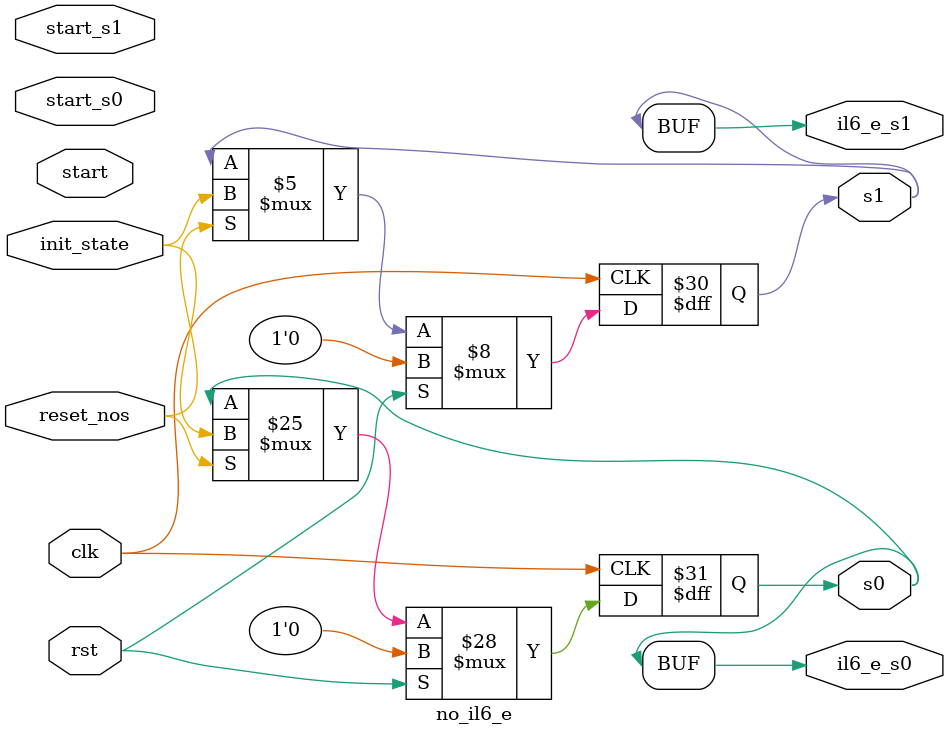
<source format=v>

module no_il6_e
(
  input clk,
  input start,
  input rst,
  input reset_nos,
  input start_s0,
  input start_s1,
  input init_state,
  output reg [1-1:0] s0,
  output reg [1-1:0] s1,
  output [1-1:0] il6_e_s0,
  output [1-1:0] il6_e_s1
);

  reg pass;

  always @(posedge clk) begin
    if(rst) begin
      s0 <= 1'd0;
      pass <= 1'b0;
    end else begin
      if(reset_nos) begin
        s0 <= init_state;
        pass <= 1;
      end else begin
        if(start_s0) begin
          if(pass) begin
            s0 <=  s0 ;
            pass <= 0;
          end else begin
            pass <= 1;
          end
        end 
      end
    end
  end


  always @(posedge clk) begin
    if(rst) begin
      s1 <= 1'd0;
    end else begin
      if(reset_nos) begin
        s1 <= init_state;
      end else begin
        if(start_s1) begin
          s1 <=  s1 ;
        end 
      end
    end
  end

  assign il6_e_s0 = s0;
  assign il6_e_s1 = s1;

endmodule

</source>
